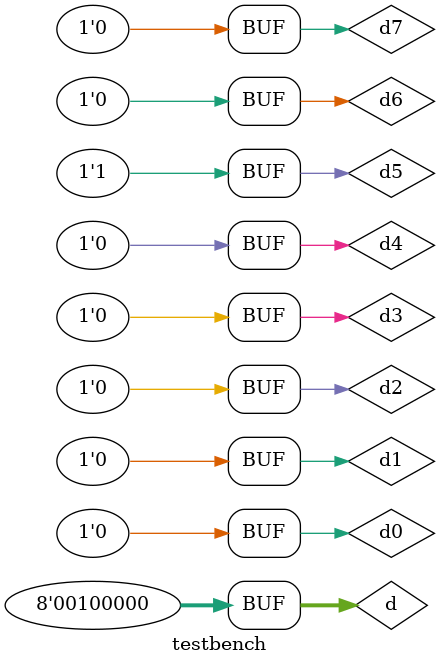
<source format=v>
`include "Q3.v"
`timescale 1ns / 1ps
module testbench;
	wire d0, d1, d2, d3, d4, d5, d6, d7;
	wire valid_input;
	reg [7:0] d;
	wire [2:0] out;
	priority_encoder_8_inp enc(
		.d0(d0),
		.d1(d1),
		.d2(d2),
		.d3(d3),
		.d4(d4),
		.d5(d5),
		.d6(d6),
		.d7(d7),
		.valid_input(valid_input),
		.out(out)
	);

	assign {d7, d6, d5, d4, d3, d2, d1, d0} = d;

	initial
	begin
		d = 42;
		#10 d = 17;
		#10 d = 230;
		#10 d = 0;
		#10 d = 128;
		#10 d = 32;

	end

	initial
	begin
		$monitor("d = %8b\tvalid_input = %d\tout = %3b", d, valid_input, out);
	end

endmodule

</source>
